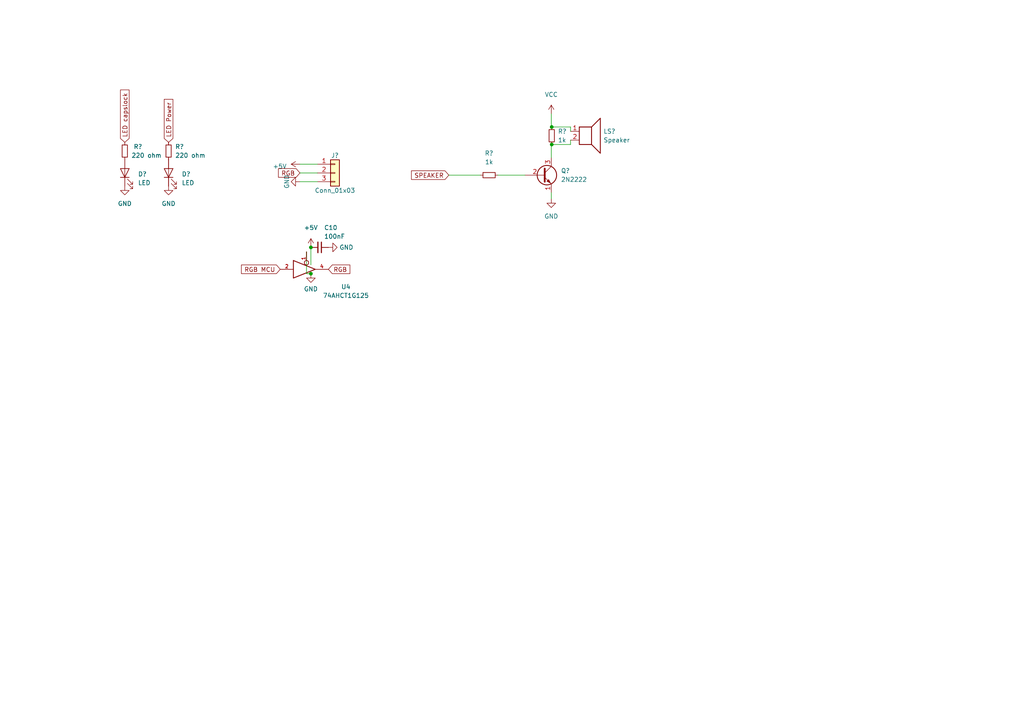
<source format=kicad_sch>
(kicad_sch (version 20230121) (generator eeschema)
  (paper "A4")
  (lib_symbols
    (symbol "74AHCT1G125_1" (pin_names (offset 1.016))
      (property "Reference" "U5" (at 11.43 -5.08 0))
      (property "Value" "74AHCT1G125" (at 11.43 -7.62 0))
      (symbol "74AHCT1G125_1_0_1"
        (polyline (pts (xy -3.81 2.54) (xy -3.81 -2.54) (xy 2.54 0) (xy -3.81 2.54)) (stroke (width 0.254)))
      )
      (symbol "74AHCT1G125_1_1_1"
        (pin input inverted (at 0 5.08 270) (length 3.81) (name "~") (number "1"))
        (pin input line (at -7.62 0 0) (length 3.81) (name "~") (number "2"))
        (pin power_in line (at 1.27 -1.27 270) (length 0) hide (name "GND") (number "3"))
        (pin tri_state line (at 6.35 0 180) (length 3.81) (name "~") (number "4"))
        (pin power_in line (at 1.27 1.27 90) (length 0) hide (name "+5V") (number "5"))
      )
    )
    (symbol "ComboDiode:LED" (pin_numbers hide) (pin_names (offset 1.016) hide)
      (property "Reference" "D" (at 0 2.54 0))
      (property "Value" "LED" (at 0 -2.54 0))
      (symbol "LED_0_1"
        (polyline (pts (xy -1.27 -1.27) (xy -1.27 1.27)) (stroke (width 0.2032)))
        (polyline (pts (xy -1.27 0) (xy 1.27 0)))
        (polyline (pts (xy 1.27 -1.27) (xy 1.27 1.27) (xy -1.27 0) (xy 1.27 -1.27)) (stroke (width 0.2032)))
        (polyline (pts (xy -3.048 -0.762) (xy -4.572 -2.286) (xy -3.81 -2.286) (xy -4.572 -2.286) (xy -4.572 -1.524)))
        (polyline (pts (xy -1.778 -0.762) (xy -3.302 -2.286) (xy -2.54 -2.286) (xy -3.302 -2.286) (xy -3.302 -1.524)))
      )
      (symbol "LED_1_1"
        (pin passive line (at -3.81 0 0) (length 2.54) (name "K") (number "1"))
        (pin passive line (at 3.81 0 180) (length 2.54) (name "A") (number "2"))
      )
    )
    (symbol "ComboDiode:R_Small" (pin_numbers hide) (pin_names (offset 0.254) hide)
      (property "Reference" "R" (at 0.762 0.508 0))
      (property "Value" "R_Small" (at 0.762 -1.016 0))
      (symbol "R_Small_0_1"
        (rectangle (start -0.762 1.778) (end 0.762 -1.778) (stroke (width 0.2032)))
      )
      (symbol "R_Small_1_1"
        (pin passive line (at 0 2.54 270) (length 0.762) (name "~") (number "1"))
        (pin passive line (at 0 -2.54 90) (length 0.762) (name "~") (number "2"))
      )
    )
    (symbol "Device:C_Small" (pin_numbers hide) (pin_names (offset 0.254) hide)
      (property "Reference" "C" (at 0.254 1.778 0))
      (property "Value" "C_Small" (at 0.254 -2.032 0))
      (symbol "C_Small_0_1"
        (polyline (pts (xy -1.524 -0.508) (xy 1.524 -0.508)) (stroke (width 0.3302)))
        (polyline (pts (xy -1.524 0.508) (xy 1.524 0.508)) (stroke (width 0.3048)))
      )
      (symbol "C_Small_1_1"
        (pin passive line (at 0 2.54 270) (length 2.032) (name "~") (number "1"))
        (pin passive line (at 0 -2.54 90) (length 2.032) (name "~") (number "2"))
      )
    )
    (symbol "Device:R_Small" (pin_numbers hide) (pin_names (offset 0.254) hide)
      (property "Reference" "R" (at 0.762 0.508 0))
      (property "Value" "R_Small" (at 0.762 -1.016 0))
      (symbol "R_Small_0_1"
        (rectangle (start -0.762 1.778) (end 0.762 -1.778) (stroke (width 0.2032)))
      )
      (symbol "R_Small_1_1"
        (pin passive line (at 0 2.54 270) (length 0.762) (name "~") (number "1"))
        (pin passive line (at 0 -2.54 90) (length 0.762) (name "~") (number "2"))
      )
    )
    (symbol "Device:Speaker" (pin_names (offset 0) hide)
      (property "Reference" "LS" (at 1.27 5.715 0))
      (property "Value" "Speaker" (at 1.27 3.81 0))
      (symbol "Speaker_0_0"
        (rectangle (start -2.54 1.27) (end 1.016 -3.81) (stroke (width 0.254)))
        (polyline (pts (xy 1.016 1.27) (xy 3.556 3.81) (xy 3.556 -6.35) (xy 1.016 -3.81)) (stroke (width 0.254)))
      )
      (symbol "Speaker_1_1"
        (pin input line (at -5.08 0 0) (length 2.54) (name "1") (number "1"))
        (pin input line (at -5.08 -2.54 0) (length 2.54) (name "2") (number "2"))
      )
    )
    (symbol "Transistor_BJT:2N2219" (pin_names (offset 0) hide)
      (property "Reference" "Q" (at 5.08 1.905 0))
      (property "Value" "2N2219" (at 5.08 0 0))
      (symbol "2N2219_0_1"
        (polyline (pts (xy 0.635 0.635) (xy 2.54 2.54)))
        (polyline (pts (xy 0.635 -0.635) (xy 2.54 -2.54) (xy 2.54 -2.54)))
        (polyline (pts (xy 0.635 1.905) (xy 0.635 -1.905) (xy 0.635 -1.905)) (stroke (width 0.508)))
        (polyline (pts (xy 1.27 -1.778) (xy 1.778 -1.27) (xy 2.286 -2.286) (xy 1.27 -1.778) (xy 1.27 -1.778)) (fill (type outline)))
        (circle (center 1.27 0) (radius 2.8194) (stroke (width 0.254)))
      )
      (symbol "2N2219_1_1"
        (pin passive line (at 2.54 -5.08 90) (length 2.54) (name "E") (number "1"))
        (pin passive line (at -5.08 0 0) (length 5.715) (name "B") (number "2"))
        (pin passive line (at 2.54 5.08 270) (length 2.54) (name "C") (number "3"))
      )
    )
    (symbol "alpha_pro_micro-rescue:Conn_01x03" (pin_names (offset 1.016) hide)
      (property "Reference" "J" (at 0 5.08 0))
      (property "Value" "Conn_01x03" (at 0 -5.08 0))
      (symbol "Conn_01x03_1_1"
        (rectangle (start -1.27 -2.413) (end 0 -2.667) (stroke (width 0.1524)))
        (rectangle (start -1.27 0.127) (end 0 -0.127) (stroke (width 0.1524)))
        (rectangle (start -1.27 2.667) (end 0 2.413) (stroke (width 0.1524)))
        (rectangle (start -1.27 3.81) (end 1.27 -3.81) (stroke (width 0.254)) (fill (type background)))
        (pin passive line (at -5.08 2.54 0) (length 3.81) (name "Pin_1") (number "1"))
        (pin passive line (at -5.08 0 0) (length 3.81) (name "Pin_2") (number "2"))
        (pin passive line (at -5.08 -2.54 0) (length 3.81) (name "Pin_3") (number "3"))
      )
    )
    (symbol "power:+5V" (power) (pin_names (offset 0))
      (property "Value" "+5V" (at 0 3.556 0))
      (symbol "+5V_0_1"
        (polyline (pts (xy -0.762 1.27) (xy 0 2.54)))
        (polyline (pts (xy 0 0) (xy 0 2.54)))
        (polyline (pts (xy 0 2.54) (xy 0.762 1.27)))
      )
      (symbol "+5V_1_1"
        (pin power_in line (at 0 0 90) (length 0) hide (name "+5V") (number "1"))
      )
    )
    (symbol "power:GND" (power) (pin_names (offset 0))
      (property "Value" "GND" (at 0 -3.81 0))
      (symbol "GND_0_1"
        (polyline (pts (xy 0 0) (xy 0 -1.27) (xy 1.27 -1.27) (xy 0 -2.54) (xy -1.27 -1.27) (xy 0 -1.27)))
      )
      (symbol "GND_1_1"
        (pin power_in line (at 0 0 270) (length 0) hide (name "GND") (number "1"))
      )
    )
    (symbol "power:VCC" (power) (pin_names (offset 0))
      (property "Value" "VCC" (at 0 3.81 0))
      (symbol "VCC_0_1"
        (polyline (pts (xy -0.762 1.27) (xy 0 2.54)))
        (polyline (pts (xy 0 0) (xy 0 2.54)))
        (polyline (pts (xy 0 2.54) (xy 0.762 1.27)))
      )
      (symbol "VCC_1_1"
        (pin power_in line (at 0 0 90) (length 0) hide (name "VCC") (number "1"))
      )
    )
  )
  (junction (at 90.17 71.755))
  (junction (at 160.02 41.91))
  (junction (at 90.17 79.375))
  (junction (at 160.02 36.83))
  (wire (pts (xy 86.995 50.165) (xy 92.075 50.165)))
  (wire (pts (xy 159.893 41.91) (xy 159.893 45.72)))
  (wire (pts (xy 144.399 50.8) (xy 152.273 50.8)))
  (wire (pts (xy 159.893 41.91) (xy 160.02 41.91)))
  (wire (pts (xy 90.17 79.375) (xy 88.9 79.375)))
  (wire (pts (xy 160.02 41.91) (xy 165.481 41.91)))
  (wire (pts (xy 165.481 38.1) (xy 165.481 36.83)))
  (wire (pts (xy 88.9 79.375) (xy 88.9 73.025)))
  (wire (pts (xy 86.995 47.625) (xy 92.075 47.625)))
  (wire (pts (xy 159.893 33.02) (xy 159.893 36.83)))
  (wire (pts (xy 165.481 36.83) (xy 160.02 36.83)))
  (wire (pts (xy 86.995 52.705) (xy 92.075 52.705)))
  (wire (pts (xy 160.02 36.83) (xy 159.893 36.83)))
  (wire (pts (xy 130.175 50.8) (xy 139.319 50.8)))
  (wire (pts (xy 159.893 55.88) (xy 159.893 57.658)))
  (wire (pts (xy 90.17 71.755) (xy 90.17 76.835)))
  (wire (pts (xy 165.481 41.91) (xy 165.481 40.64)))
  (global_label "RGB MCU" (shape input) (at 81.28 78.105 180) (property "Intersheetrefs" "${INTERSHEET_REFS}" (effects hide)))
  (global_label "LED capslock" (shape input) (at 36.195 41.275 90) (property "Intersheetrefs" "${INTERSHEET_REFS}" (effects hide)))
  (global_label "RGB" (shape input) (at 95.25 78.105 0) (property "Intersheetrefs" "${INTERSHEET_REFS}" (effects hide)))
  (global_label "LED Power" (shape input) (at 48.895 41.275 90) (property "Intersheetrefs" "${INTERSHEET_REFS}" (effects hide)))
  (global_label "SPEAKER" (shape input) (at 130.175 50.8 180) (property "Intersheetrefs" "${INTERSHEET_REFS}" (effects hide)))
  (global_label "RGB" (shape input) (at 86.995 50.165 180) (property "Intersheetrefs" "${INTERSHEET_REFS}" (effects hide)))
  (symbol (lib_id "power:GND") (at 86.995 52.705 270) (unit 1)
    (property "Reference" "#PWR?" (effects hide))
    (property "Value" "GND" (at 83.185 52.705 0))
    (instances (project "Didaktik STEM" (path "" (reference "#PWR?") (unit 1)) (path "" (reference "#PWR021") (unit 1))))
  )
  (symbol (lib_id "Device:Speaker") (at 170.561 38.1 0) (unit 1)
    (property "Reference" "LS?" (at 175.006 38.0999 0) (effects (justify left)))
    (property "Value" "Speaker" (at 175.006 40.6399 0) (effects (justify left)))
    (property "Footprint" "Keebio-Parts:AST1109MLTRQ" (effects hide))
    (instances (project "Didaktik STEM" (path "" (reference "LS?") (unit 1)) (path "" (reference "LS1") (unit 1))))
  )
  (symbol (lib_id "Device:R_Small") (at 141.859 50.8 90) (unit 1)
    (property "Reference" "R?" (at 141.859 44.45 90))
    (property "Value" "1k" (at 141.859 46.99 90))
    (property "Footprint" "Keebio-Parts:Diode-Hybrid-Back" (effects hide))
    (instances (project "Didaktik STEM" (path "" (reference "R?") (unit 1)) (path "" (reference "R5") (unit 1))))
  )
  (symbol (lib_id "power:VCC") (at 159.893 33.02 0) (unit 1)
    (property "Reference" "#PWR?" (effects hide))
    (property "Value" "VCC" (at 159.893 27.432 0))
    (instances (project "Didaktik STEM" (path "" (reference "#PWR?") (unit 1)) (path "" (reference "#PWR019") (unit 1))))
  )
  (symbol (lib_id "power:GND") (at 90.17 79.375 0) (unit 1)
    (property "Reference" "#PWR027" (effects hide))
    (property "Value" "GND" (at 90.17 83.82 0))
  )
  (symbol (lib_name "74AHCT1G125_1") (lib_id "74xGxx:74AHCT1G125") (at 88.9 78.105 0) (unit 1)
    (property "Reference" "U4" (at 100.33 83.185 0))
    (property "Value" "74AHCT1G125" (at 100.33 85.725 0))
    (property "Footprint" "Package_TO_SOT_SMD:TSOT-23-5" (effects hide))
    (property "Datasheet" "http://www.ti.com/lit/sg/scyt129e/scyt129e.pdf" (effects hide))
  )
  (symbol (lib_id "ComboDiode:LED") (at 48.895 50.165 90) (unit 1)
    (property "Reference" "D?" (at 52.705 50.4951 90) (effects (justify right)))
    (property "Value" "LED" (at 52.705 53.0351 90) (effects (justify right)))
    (property "Footprint" "Keebio-Parts:LED_3mm" (effects hide))
    (instances (project "Didaktik STEM" (path "" (reference "D?") (unit 1)) (path "" (reference "D42") (unit 1))))
  )
  (symbol (lib_id "ComboDiode:R_Small") (at 48.895 43.815 0) (unit 1)
    (property "Reference" "R?" (at 50.8 42.5449 0) (effects (justify left)))
    (property "Value" "220 ohm" (at 50.8 45.0849 0) (effects (justify left)))
    (property "Footprint" "Resistor_SMD:R_0603_1608Metric" (effects hide))
    (instances (project "Didaktik STEM" (path "" (reference "R?") (unit 1)) (path "" (reference "R4") (unit 1))))
  )
  (symbol (lib_id "Device:C_Small") (at 92.71 71.755 270) (unit 1)
    (property "Reference" "C10" (at 93.98 66.04 90) (effects (justify left)))
    (property "Value" "100nF" (at 93.98 68.5738 90) (effects (justify left)))
    (property "Footprint" "Capacitor_SMD:C_0402_1005Metric" (effects hide))
  )
  (symbol (lib_id "power:GND") (at 36.195 53.975 0) (unit 1)
    (property "Reference" "#PWR?" (effects hide))
    (property "Value" "GND" (at 36.195 59.055 0))
    (instances (project "Didaktik STEM" (path "" (reference "#PWR?") (unit 1)) (path "" (reference "#PWR022") (unit 1))))
  )
  (symbol (lib_id "Device:R_Small") (at 160.02 39.37 0) (unit 1)
    (property "Reference" "R?" (at 161.798 38.0999 0) (effects (justify left)))
    (property "Value" "1k" (at 161.798 40.6399 0) (effects (justify left)))
    (property "Footprint" "Resistor_SMD:R_0603_1608Metric" (effects hide))
    (instances (project "Didaktik STEM" (path "" (reference "R?") (unit 1)) (path "" (reference "R2") (unit 1))))
  )
  (symbol (lib_id "Transistor_BJT:2N2219") (at 157.353 50.8 0) (unit 1)
    (property "Reference" "Q?" (at 162.687 49.5299 0) (effects (justify left)))
    (property "Value" "2N2222" (at 162.687 52.0699 0) (effects (justify left)))
    (property "Footprint" "Package_TO_SOT_SMD:SOT-23" (effects hide))
    (property "Datasheet" "http://www.onsemi.com/pub_link/Collateral/2N2219-D.PDF" (effects hide))
    (instances (project "Didaktik STEM" (path "" (reference "Q?") (unit 1)) (path "" (reference "Q1") (unit 1))))
  )
  (symbol (lib_id "power:+5V") (at 90.17 71.755 0) (unit 1)
    (property "Reference" "#PWR025" (effects hide))
    (property "Value" "+5V" (at 90.17 66.04 0))
  )
  (symbol (lib_id "power:GND") (at 95.25 71.755 90) (unit 1)
    (property "Reference" "#PWR026" (effects hide))
    (property "Value" "GND" (at 98.425 71.7549 90) (effects (justify right)))
  )
  (symbol (lib_id "power:GND") (at 48.895 53.975 0) (unit 1)
    (property "Reference" "#PWR?" (effects hide))
    (property "Value" "GND" (at 48.895 59.055 0))
    (instances (project "Didaktik STEM" (path "" (reference "#PWR?") (unit 1)) (path "" (reference "#PWR023") (unit 1))))
  )
  (symbol (lib_id "alpha_pro_micro-rescue:Conn_01x03") (at 97.155 50.165 0) (unit 1)
    (property "Reference" "J?" (at 97.155 45.085 0))
    (property "Value" "Conn_01x03" (at 97.155 55.245 0))
    (property "Footprint" "Connector_PinSocket_2.00mm:PinSocket_1x03_P2.00mm_Vertical" (effects hide))
    (instances (project "Didaktik STEM" (path "" (reference "J?") (unit 1)) (path "" (reference "J2") (unit 1))))
  )
  (symbol (lib_id "power:GND") (at 159.893 57.658 0) (unit 1)
    (property "Reference" "#PWR?" (effects hide))
    (property "Value" "GND" (at 159.893 62.738 0))
    (instances (project "Didaktik STEM" (path "" (reference "#PWR?") (unit 1)) (path "" (reference "#PWR024") (unit 1))))
  )
  (symbol (lib_id "power:+5V") (at 86.995 47.625 90) (unit 1)
    (property "Reference" "#PWR020" (effects hide))
    (property "Value" "+5V" (at 83.185 48.26 90) (effects (justify left)))
  )
  (symbol (lib_id "ComboDiode:LED") (at 36.195 50.165 90) (unit 1)
    (property "Reference" "D?" (at 40.005 50.4951 90) (effects (justify right)))
    (property "Value" "LED" (at 40.005 53.0351 90) (effects (justify right)))
    (property "Footprint" "Keebio-Parts:LED_3mm" (effects hide))
    (instances (project "Didaktik STEM" (path "" (reference "D?") (unit 1)) (path "" (reference "D41") (unit 1))))
  )
  (symbol (lib_id "ComboDiode:R_Small") (at 36.195 43.815 0) (unit 1)
    (property "Reference" "R?" (at 38.735 42.5449 0) (effects (justify left)))
    (property "Value" "220 ohm" (at 38.1 45.085 0) (effects (justify left)))
    (property "Footprint" "Resistor_SMD:R_0603_1608Metric" (effects hide))
    (instances (project "Didaktik STEM" (path "" (reference "R?") (unit 1)) (path "" (reference "R3") (unit 1))))
  )
)
</source>
